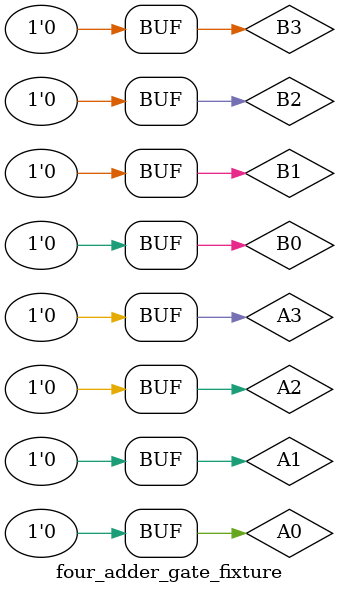
<source format=v>
`timescale 1ns / 1ps


module four_adder_gate_fixture;

	// Inputs
	reg A3;
	reg A2;
	reg A1;
	reg A0;
	reg B3;
	reg B2;
	reg B1;
	reg B0;

	// Outputs
	wire Q3;
	wire Q2;
	wire Q1;
	wire Q0;
	wire Cout;

	// Instantiate the Unit Under Test (UUT)
	four_adder_gate uut (
		.A3(A3), 
		.A2(A2), 
		.A1(A1), 
		.A0(A0), 
		.B3(B3), 
		.B2(B2), 
		.B1(B1), 
		.B0(B0), 
		.Q3(Q3), 
		.Q2(Q2), 
		.Q1(Q1), 
		.Q0(Q0), 
		.Cout(Cout)
	);

	initial begin
		// Initialize Inputs
		A3 = 0;
		A2 = 0;
		A1 = 0;
		A0 = 0;
		B3 = 0;
		B2 = 0;
		B1 = 0;
		B0 = 0;

		// Wait 100 ns for global reset to finish
		#100;
        
		// Add stimulus here

	end
      
endmodule



</source>
